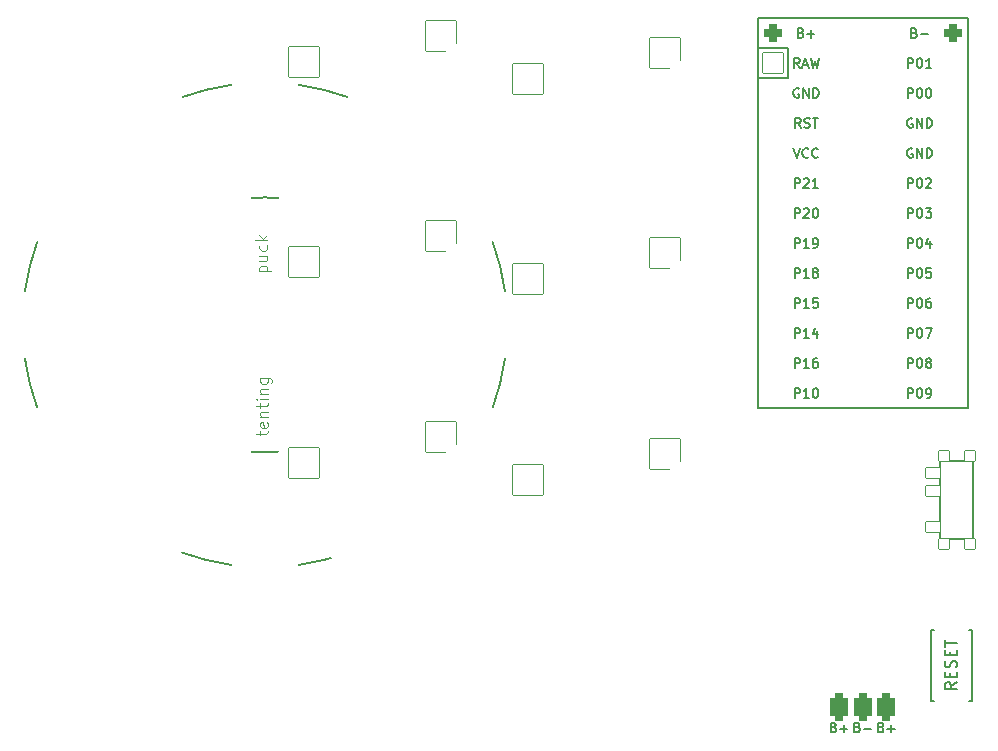
<source format=gto>
%TF.GenerationSoftware,KiCad,Pcbnew,(6.0.4-0)*%
%TF.CreationDate,2022-04-26T17:06:57+02:00*%
%TF.ProjectId,rae_with_puck,7261655f-7769-4746-985f-7075636b2e6b,v1.0.0*%
%TF.SameCoordinates,Original*%
%TF.FileFunction,Legend,Top*%
%TF.FilePolarity,Positive*%
%FSLAX46Y46*%
G04 Gerber Fmt 4.6, Leading zero omitted, Abs format (unit mm)*
G04 Created by KiCad (PCBNEW (6.0.4-0)) date 2022-04-26 17:06:57*
%MOMM*%
%LPD*%
G01*
G04 APERTURE LIST*
G04 Aperture macros list*
%AMRoundRect*
0 Rectangle with rounded corners*
0 $1 Rounding radius*
0 $2 $3 $4 $5 $6 $7 $8 $9 X,Y pos of 4 corners*
0 Add a 4 corners polygon primitive as box body*
4,1,4,$2,$3,$4,$5,$6,$7,$8,$9,$2,$3,0*
0 Add four circle primitives for the rounded corners*
1,1,$1+$1,$2,$3*
1,1,$1+$1,$4,$5*
1,1,$1+$1,$6,$7*
1,1,$1+$1,$8,$9*
0 Add four rect primitives between the rounded corners*
20,1,$1+$1,$2,$3,$4,$5,0*
20,1,$1+$1,$4,$5,$6,$7,0*
20,1,$1+$1,$6,$7,$8,$9,0*
20,1,$1+$1,$8,$9,$2,$3,0*%
G04 Aperture macros list end*
%ADD10C,0.150000*%
%ADD11C,0.100000*%
%ADD12C,0.200000*%
%ADD13RoundRect,0.375000X-0.375000X-0.750000X0.375000X-0.750000X0.375000X0.750000X-0.375000X0.750000X0*%
%ADD14C,2.000000*%
%ADD15R,1.752600X1.752600*%
%ADD16C,1.752600*%
%ADD17RoundRect,0.375000X-0.375000X-0.375000X0.375000X-0.375000X0.375000X0.375000X-0.375000X0.375000X0*%
%ADD18RoundRect,0.050000X-0.450000X0.450000X-0.450000X-0.450000X0.450000X-0.450000X0.450000X0.450000X0*%
%ADD19RoundRect,0.050000X-0.625000X0.450000X-0.625000X-0.450000X0.625000X-0.450000X0.625000X0.450000X0*%
%ADD20RoundRect,0.425000X-0.375000X-0.750000X0.375000X-0.750000X0.375000X0.750000X-0.375000X0.750000X0*%
%ADD21C,2.100000*%
%ADD22C,3.100000*%
%ADD23C,1.801800*%
%ADD24C,3.529000*%
%ADD25RoundRect,0.050000X-1.054507X-1.505993X1.505993X-1.054507X1.054507X1.505993X-1.505993X1.054507X0*%
%ADD26C,2.132000*%
%ADD27RoundRect,0.050000X-1.181751X-1.408356X1.408356X-1.181751X1.181751X1.408356X-1.408356X1.181751X0*%
%ADD28RoundRect,0.050000X-1.300000X-1.300000X1.300000X-1.300000X1.300000X1.300000X-1.300000X1.300000X0*%
%ADD29RoundRect,0.050000X-1.775833X-0.475833X0.475833X-1.775833X1.775833X0.475833X-0.475833X1.775833X0*%
%ADD30C,1.100000*%
%ADD31RoundRect,0.050000X-0.863113X-1.623279X1.623279X-0.863113X0.863113X1.623279X-1.623279X0.863113X0*%
%ADD32RoundRect,0.050000X-1.592168X-0.919239X0.919239X-1.592168X1.592168X0.919239X-0.919239X1.592168X0*%
%ADD33RoundRect,0.050000X-0.876300X0.876300X-0.876300X-0.876300X0.876300X-0.876300X0.876300X0.876300X0*%
%ADD34C,1.852600*%
%ADD35RoundRect,0.425000X-0.375000X-0.375000X0.375000X-0.375000X0.375000X0.375000X-0.375000X0.375000X0*%
%ADD36C,4.500000*%
G04 APERTURE END LIST*
D10*
%TO.C,PAD1*%
X153972991Y54073625D02*
X154087277Y54035530D01*
X154125372Y53997435D01*
X154163467Y53921244D01*
X154163467Y53806959D01*
X154125372Y53730768D01*
X154087277Y53692673D01*
X154011087Y53654578D01*
X153706325Y53654578D01*
X153706325Y54454578D01*
X153972991Y54454578D01*
X154049182Y54416483D01*
X154087277Y54378387D01*
X154125372Y54302197D01*
X154125372Y54226006D01*
X154087277Y54149816D01*
X154049182Y54111721D01*
X153972991Y54073625D01*
X153706325Y54073625D01*
X154506325Y53959340D02*
X155115848Y53959340D01*
X151972991Y54073625D02*
X152087277Y54035530D01*
X152125372Y53997435D01*
X152163467Y53921244D01*
X152163467Y53806959D01*
X152125372Y53730768D01*
X152087277Y53692673D01*
X152011087Y53654578D01*
X151706325Y53654578D01*
X151706325Y54454578D01*
X151972991Y54454578D01*
X152049182Y54416483D01*
X152087277Y54378387D01*
X152125372Y54302197D01*
X152125372Y54226006D01*
X152087277Y54149816D01*
X152049182Y54111721D01*
X151972991Y54073625D01*
X151706325Y54073625D01*
X152506325Y53959340D02*
X153115848Y53959340D01*
X152811087Y53654578D02*
X152811087Y54264102D01*
X155972991Y54073625D02*
X156087277Y54035530D01*
X156125372Y53997435D01*
X156163467Y53921244D01*
X156163467Y53806959D01*
X156125372Y53730768D01*
X156087277Y53692673D01*
X156011087Y53654578D01*
X155706325Y53654578D01*
X155706325Y54454578D01*
X155972991Y54454578D01*
X156049182Y54416483D01*
X156087277Y54378387D01*
X156125372Y54302197D01*
X156125372Y54226006D01*
X156087277Y54149816D01*
X156049182Y54111721D01*
X155972991Y54073625D01*
X155706325Y54073625D01*
X156506325Y53959340D02*
X157115848Y53959340D01*
X156811087Y53654578D02*
X156811087Y54264102D01*
%TO.C,B1*%
X162363467Y57864102D02*
X161887277Y57530768D01*
X162363467Y57292673D02*
X161363467Y57292673D01*
X161363467Y57673625D01*
X161411087Y57768863D01*
X161458706Y57816483D01*
X161553944Y57864102D01*
X161696801Y57864102D01*
X161792039Y57816483D01*
X161839658Y57768863D01*
X161887277Y57673625D01*
X161887277Y57292673D01*
X161839658Y58292673D02*
X161839658Y58626006D01*
X162363467Y58768863D02*
X162363467Y58292673D01*
X161363467Y58292673D01*
X161363467Y58768863D01*
X162315848Y59149816D02*
X162363467Y59292673D01*
X162363467Y59530768D01*
X162315848Y59626006D01*
X162268229Y59673625D01*
X162172991Y59721244D01*
X162077753Y59721244D01*
X161982515Y59673625D01*
X161934896Y59626006D01*
X161887277Y59530768D01*
X161839658Y59340292D01*
X161792039Y59245054D01*
X161744420Y59197435D01*
X161649182Y59149816D01*
X161553944Y59149816D01*
X161458706Y59197435D01*
X161411087Y59245054D01*
X161363467Y59340292D01*
X161363467Y59578387D01*
X161411087Y59721244D01*
X161839658Y60149816D02*
X161839658Y60483149D01*
X162363467Y60626006D02*
X162363467Y60149816D01*
X161363467Y60149816D01*
X161363467Y60626006D01*
X161363467Y60911721D02*
X161363467Y61483149D01*
X162363467Y61197435D02*
X161363467Y61197435D01*
%TO.C,MCU1*%
X158239658Y84524578D02*
X158239658Y85324578D01*
X158544420Y85324578D01*
X158620610Y85286483D01*
X158658706Y85248387D01*
X158696801Y85172197D01*
X158696801Y85057911D01*
X158658706Y84981721D01*
X158620610Y84943625D01*
X158544420Y84905530D01*
X158239658Y84905530D01*
X159192039Y85324578D02*
X159268229Y85324578D01*
X159344420Y85286483D01*
X159382515Y85248387D01*
X159420610Y85172197D01*
X159458706Y85019816D01*
X159458706Y84829340D01*
X159420610Y84676959D01*
X159382515Y84600768D01*
X159344420Y84562673D01*
X159268229Y84524578D01*
X159192039Y84524578D01*
X159115848Y84562673D01*
X159077753Y84600768D01*
X159039658Y84676959D01*
X159001563Y84829340D01*
X159001563Y85019816D01*
X159039658Y85172197D01*
X159077753Y85248387D01*
X159115848Y85286483D01*
X159192039Y85324578D01*
X159915848Y84981721D02*
X159839658Y85019816D01*
X159801563Y85057911D01*
X159763467Y85134102D01*
X159763467Y85172197D01*
X159801563Y85248387D01*
X159839658Y85286483D01*
X159915848Y85324578D01*
X160068229Y85324578D01*
X160144420Y85286483D01*
X160182515Y85248387D01*
X160220610Y85172197D01*
X160220610Y85134102D01*
X160182515Y85057911D01*
X160144420Y85019816D01*
X160068229Y84981721D01*
X159915848Y84981721D01*
X159839658Y84943625D01*
X159801563Y84905530D01*
X159763467Y84829340D01*
X159763467Y84676959D01*
X159801563Y84600768D01*
X159839658Y84562673D01*
X159915848Y84524578D01*
X160068229Y84524578D01*
X160144420Y84562673D01*
X160182515Y84600768D01*
X160220610Y84676959D01*
X160220610Y84829340D01*
X160182515Y84905530D01*
X160144420Y84943625D01*
X160068229Y84981721D01*
X158239658Y109924578D02*
X158239658Y110724578D01*
X158544420Y110724578D01*
X158620610Y110686483D01*
X158658706Y110648387D01*
X158696801Y110572197D01*
X158696801Y110457911D01*
X158658706Y110381721D01*
X158620610Y110343625D01*
X158544420Y110305530D01*
X158239658Y110305530D01*
X159192039Y110724578D02*
X159268229Y110724578D01*
X159344420Y110686483D01*
X159382515Y110648387D01*
X159420610Y110572197D01*
X159458706Y110419816D01*
X159458706Y110229340D01*
X159420610Y110076959D01*
X159382515Y110000768D01*
X159344420Y109962673D01*
X159268229Y109924578D01*
X159192039Y109924578D01*
X159115848Y109962673D01*
X159077753Y110000768D01*
X159039658Y110076959D01*
X159001563Y110229340D01*
X159001563Y110419816D01*
X159039658Y110572197D01*
X159077753Y110648387D01*
X159115848Y110686483D01*
X159192039Y110724578D01*
X160220610Y109924578D02*
X159763467Y109924578D01*
X159992039Y109924578D02*
X159992039Y110724578D01*
X159915848Y110610292D01*
X159839658Y110534102D01*
X159763467Y110496006D01*
X148639658Y99764578D02*
X148639658Y100564578D01*
X148944420Y100564578D01*
X149020610Y100526483D01*
X149058706Y100488387D01*
X149096801Y100412197D01*
X149096801Y100297911D01*
X149058706Y100221721D01*
X149020610Y100183625D01*
X148944420Y100145530D01*
X148639658Y100145530D01*
X149401563Y100488387D02*
X149439658Y100526483D01*
X149515848Y100564578D01*
X149706325Y100564578D01*
X149782515Y100526483D01*
X149820610Y100488387D01*
X149858706Y100412197D01*
X149858706Y100336006D01*
X149820610Y100221721D01*
X149363467Y99764578D01*
X149858706Y99764578D01*
X150620610Y99764578D02*
X150163467Y99764578D01*
X150392039Y99764578D02*
X150392039Y100564578D01*
X150315848Y100450292D01*
X150239658Y100374102D01*
X150163467Y100336006D01*
X148639658Y87064578D02*
X148639658Y87864578D01*
X148944420Y87864578D01*
X149020610Y87826483D01*
X149058706Y87788387D01*
X149096801Y87712197D01*
X149096801Y87597911D01*
X149058706Y87521721D01*
X149020610Y87483625D01*
X148944420Y87445530D01*
X148639658Y87445530D01*
X149858706Y87064578D02*
X149401563Y87064578D01*
X149630134Y87064578D02*
X149630134Y87864578D01*
X149553944Y87750292D01*
X149477753Y87674102D01*
X149401563Y87636006D01*
X150544420Y87597911D02*
X150544420Y87064578D01*
X150353944Y87902673D02*
X150163467Y87331244D01*
X150658706Y87331244D01*
X149172991Y112883625D02*
X149287277Y112845530D01*
X149325372Y112807435D01*
X149363467Y112731244D01*
X149363467Y112616959D01*
X149325372Y112540768D01*
X149287277Y112502673D01*
X149211087Y112464578D01*
X148906325Y112464578D01*
X148906325Y113264578D01*
X149172991Y113264578D01*
X149249182Y113226483D01*
X149287277Y113188387D01*
X149325372Y113112197D01*
X149325372Y113036006D01*
X149287277Y112959816D01*
X149249182Y112921721D01*
X149172991Y112883625D01*
X148906325Y112883625D01*
X149706325Y112769340D02*
X150315848Y112769340D01*
X150011087Y112464578D02*
X150011087Y113074102D01*
X148639658Y97224578D02*
X148639658Y98024578D01*
X148944420Y98024578D01*
X149020610Y97986483D01*
X149058706Y97948387D01*
X149096801Y97872197D01*
X149096801Y97757911D01*
X149058706Y97681721D01*
X149020610Y97643625D01*
X148944420Y97605530D01*
X148639658Y97605530D01*
X149401563Y97948387D02*
X149439658Y97986483D01*
X149515848Y98024578D01*
X149706325Y98024578D01*
X149782515Y97986483D01*
X149820610Y97948387D01*
X149858706Y97872197D01*
X149858706Y97796006D01*
X149820610Y97681721D01*
X149363467Y97224578D01*
X149858706Y97224578D01*
X150353944Y98024578D02*
X150430134Y98024578D01*
X150506325Y97986483D01*
X150544420Y97948387D01*
X150582515Y97872197D01*
X150620610Y97719816D01*
X150620610Y97529340D01*
X150582515Y97376959D01*
X150544420Y97300768D01*
X150506325Y97262673D01*
X150430134Y97224578D01*
X150353944Y97224578D01*
X150277753Y97262673D01*
X150239658Y97300768D01*
X150201563Y97376959D01*
X150163467Y97529340D01*
X150163467Y97719816D01*
X150201563Y97872197D01*
X150239658Y97948387D01*
X150277753Y97986483D01*
X150353944Y98024578D01*
X158239658Y81984578D02*
X158239658Y82784578D01*
X158544420Y82784578D01*
X158620610Y82746483D01*
X158658706Y82708387D01*
X158696801Y82632197D01*
X158696801Y82517911D01*
X158658706Y82441721D01*
X158620610Y82403625D01*
X158544420Y82365530D01*
X158239658Y82365530D01*
X159192039Y82784578D02*
X159268229Y82784578D01*
X159344420Y82746483D01*
X159382515Y82708387D01*
X159420610Y82632197D01*
X159458706Y82479816D01*
X159458706Y82289340D01*
X159420610Y82136959D01*
X159382515Y82060768D01*
X159344420Y82022673D01*
X159268229Y81984578D01*
X159192039Y81984578D01*
X159115848Y82022673D01*
X159077753Y82060768D01*
X159039658Y82136959D01*
X159001563Y82289340D01*
X159001563Y82479816D01*
X159039658Y82632197D01*
X159077753Y82708387D01*
X159115848Y82746483D01*
X159192039Y82784578D01*
X159839658Y81984578D02*
X159992039Y81984578D01*
X160068229Y82022673D01*
X160106325Y82060768D01*
X160182515Y82175054D01*
X160220610Y82327435D01*
X160220610Y82632197D01*
X160182515Y82708387D01*
X160144420Y82746483D01*
X160068229Y82784578D01*
X159915848Y82784578D01*
X159839658Y82746483D01*
X159801563Y82708387D01*
X159763467Y82632197D01*
X159763467Y82441721D01*
X159801563Y82365530D01*
X159839658Y82327435D01*
X159915848Y82289340D01*
X160068229Y82289340D01*
X160144420Y82327435D01*
X160182515Y82365530D01*
X160220610Y82441721D01*
X148639658Y84524578D02*
X148639658Y85324578D01*
X148944420Y85324578D01*
X149020610Y85286483D01*
X149058706Y85248387D01*
X149096801Y85172197D01*
X149096801Y85057911D01*
X149058706Y84981721D01*
X149020610Y84943625D01*
X148944420Y84905530D01*
X148639658Y84905530D01*
X149858706Y84524578D02*
X149401563Y84524578D01*
X149630134Y84524578D02*
X149630134Y85324578D01*
X149553944Y85210292D01*
X149477753Y85134102D01*
X149401563Y85096006D01*
X150544420Y85324578D02*
X150392039Y85324578D01*
X150315848Y85286483D01*
X150277753Y85248387D01*
X150201563Y85134102D01*
X150163467Y84981721D01*
X150163467Y84676959D01*
X150201563Y84600768D01*
X150239658Y84562673D01*
X150315848Y84524578D01*
X150468229Y84524578D01*
X150544420Y84562673D01*
X150582515Y84600768D01*
X150620610Y84676959D01*
X150620610Y84867435D01*
X150582515Y84943625D01*
X150544420Y84981721D01*
X150468229Y85019816D01*
X150315848Y85019816D01*
X150239658Y84981721D01*
X150201563Y84943625D01*
X150163467Y84867435D01*
X149172991Y104844578D02*
X148906325Y105225530D01*
X148715848Y104844578D02*
X148715848Y105644578D01*
X149020610Y105644578D01*
X149096801Y105606483D01*
X149134896Y105568387D01*
X149172991Y105492197D01*
X149172991Y105377911D01*
X149134896Y105301721D01*
X149096801Y105263625D01*
X149020610Y105225530D01*
X148715848Y105225530D01*
X149477753Y104882673D02*
X149592039Y104844578D01*
X149782515Y104844578D01*
X149858706Y104882673D01*
X149896801Y104920768D01*
X149934896Y104996959D01*
X149934896Y105073149D01*
X149896801Y105149340D01*
X149858706Y105187435D01*
X149782515Y105225530D01*
X149630134Y105263625D01*
X149553944Y105301721D01*
X149515848Y105339816D01*
X149477753Y105416006D01*
X149477753Y105492197D01*
X149515848Y105568387D01*
X149553944Y105606483D01*
X149630134Y105644578D01*
X149820610Y105644578D01*
X149934896Y105606483D01*
X150163467Y105644578D02*
X150620610Y105644578D01*
X150392039Y104844578D02*
X150392039Y105644578D01*
X158239658Y99764578D02*
X158239658Y100564578D01*
X158544420Y100564578D01*
X158620610Y100526483D01*
X158658706Y100488387D01*
X158696801Y100412197D01*
X158696801Y100297911D01*
X158658706Y100221721D01*
X158620610Y100183625D01*
X158544420Y100145530D01*
X158239658Y100145530D01*
X159192039Y100564578D02*
X159268229Y100564578D01*
X159344420Y100526483D01*
X159382515Y100488387D01*
X159420610Y100412197D01*
X159458706Y100259816D01*
X159458706Y100069340D01*
X159420610Y99916959D01*
X159382515Y99840768D01*
X159344420Y99802673D01*
X159268229Y99764578D01*
X159192039Y99764578D01*
X159115848Y99802673D01*
X159077753Y99840768D01*
X159039658Y99916959D01*
X159001563Y100069340D01*
X159001563Y100259816D01*
X159039658Y100412197D01*
X159077753Y100488387D01*
X159115848Y100526483D01*
X159192039Y100564578D01*
X159763467Y100488387D02*
X159801563Y100526483D01*
X159877753Y100564578D01*
X160068229Y100564578D01*
X160144420Y100526483D01*
X160182515Y100488387D01*
X160220610Y100412197D01*
X160220610Y100336006D01*
X160182515Y100221721D01*
X159725372Y99764578D01*
X160220610Y99764578D01*
X148639658Y92144578D02*
X148639658Y92944578D01*
X148944420Y92944578D01*
X149020610Y92906483D01*
X149058706Y92868387D01*
X149096801Y92792197D01*
X149096801Y92677911D01*
X149058706Y92601721D01*
X149020610Y92563625D01*
X148944420Y92525530D01*
X148639658Y92525530D01*
X149858706Y92144578D02*
X149401563Y92144578D01*
X149630134Y92144578D02*
X149630134Y92944578D01*
X149553944Y92830292D01*
X149477753Y92754102D01*
X149401563Y92716006D01*
X150315848Y92601721D02*
X150239658Y92639816D01*
X150201563Y92677911D01*
X150163467Y92754102D01*
X150163467Y92792197D01*
X150201563Y92868387D01*
X150239658Y92906483D01*
X150315848Y92944578D01*
X150468229Y92944578D01*
X150544420Y92906483D01*
X150582515Y92868387D01*
X150620610Y92792197D01*
X150620610Y92754102D01*
X150582515Y92677911D01*
X150544420Y92639816D01*
X150468229Y92601721D01*
X150315848Y92601721D01*
X150239658Y92563625D01*
X150201563Y92525530D01*
X150163467Y92449340D01*
X150163467Y92296959D01*
X150201563Y92220768D01*
X150239658Y92182673D01*
X150315848Y92144578D01*
X150468229Y92144578D01*
X150544420Y92182673D01*
X150582515Y92220768D01*
X150620610Y92296959D01*
X150620610Y92449340D01*
X150582515Y92525530D01*
X150544420Y92563625D01*
X150468229Y92601721D01*
X148639658Y81984578D02*
X148639658Y82784578D01*
X148944420Y82784578D01*
X149020610Y82746483D01*
X149058706Y82708387D01*
X149096801Y82632197D01*
X149096801Y82517911D01*
X149058706Y82441721D01*
X149020610Y82403625D01*
X148944420Y82365530D01*
X148639658Y82365530D01*
X149858706Y81984578D02*
X149401563Y81984578D01*
X149630134Y81984578D02*
X149630134Y82784578D01*
X149553944Y82670292D01*
X149477753Y82594102D01*
X149401563Y82556006D01*
X150353944Y82784578D02*
X150430134Y82784578D01*
X150506325Y82746483D01*
X150544420Y82708387D01*
X150582515Y82632197D01*
X150620610Y82479816D01*
X150620610Y82289340D01*
X150582515Y82136959D01*
X150544420Y82060768D01*
X150506325Y82022673D01*
X150430134Y81984578D01*
X150353944Y81984578D01*
X150277753Y82022673D01*
X150239658Y82060768D01*
X150201563Y82136959D01*
X150163467Y82289340D01*
X150163467Y82479816D01*
X150201563Y82632197D01*
X150239658Y82708387D01*
X150277753Y82746483D01*
X150353944Y82784578D01*
X158601563Y103066483D02*
X158525372Y103104578D01*
X158411087Y103104578D01*
X158296801Y103066483D01*
X158220610Y102990292D01*
X158182515Y102914102D01*
X158144420Y102761721D01*
X158144420Y102647435D01*
X158182515Y102495054D01*
X158220610Y102418863D01*
X158296801Y102342673D01*
X158411087Y102304578D01*
X158487277Y102304578D01*
X158601563Y102342673D01*
X158639658Y102380768D01*
X158639658Y102647435D01*
X158487277Y102647435D01*
X158982515Y102304578D02*
X158982515Y103104578D01*
X159439658Y102304578D01*
X159439658Y103104578D01*
X159820610Y102304578D02*
X159820610Y103104578D01*
X160011087Y103104578D01*
X160125372Y103066483D01*
X160201563Y102990292D01*
X160239658Y102914102D01*
X160277753Y102761721D01*
X160277753Y102647435D01*
X160239658Y102495054D01*
X160201563Y102418863D01*
X160125372Y102342673D01*
X160011087Y102304578D01*
X159820610Y102304578D01*
X158239658Y107384578D02*
X158239658Y108184578D01*
X158544420Y108184578D01*
X158620610Y108146483D01*
X158658706Y108108387D01*
X158696801Y108032197D01*
X158696801Y107917911D01*
X158658706Y107841721D01*
X158620610Y107803625D01*
X158544420Y107765530D01*
X158239658Y107765530D01*
X159192039Y108184578D02*
X159268229Y108184578D01*
X159344420Y108146483D01*
X159382515Y108108387D01*
X159420610Y108032197D01*
X159458706Y107879816D01*
X159458706Y107689340D01*
X159420610Y107536959D01*
X159382515Y107460768D01*
X159344420Y107422673D01*
X159268229Y107384578D01*
X159192039Y107384578D01*
X159115848Y107422673D01*
X159077753Y107460768D01*
X159039658Y107536959D01*
X159001563Y107689340D01*
X159001563Y107879816D01*
X159039658Y108032197D01*
X159077753Y108108387D01*
X159115848Y108146483D01*
X159192039Y108184578D01*
X159953944Y108184578D02*
X160030134Y108184578D01*
X160106325Y108146483D01*
X160144420Y108108387D01*
X160182515Y108032197D01*
X160220610Y107879816D01*
X160220610Y107689340D01*
X160182515Y107536959D01*
X160144420Y107460768D01*
X160106325Y107422673D01*
X160030134Y107384578D01*
X159953944Y107384578D01*
X159877753Y107422673D01*
X159839658Y107460768D01*
X159801563Y107536959D01*
X159763467Y107689340D01*
X159763467Y107879816D01*
X159801563Y108032197D01*
X159839658Y108108387D01*
X159877753Y108146483D01*
X159953944Y108184578D01*
X149058706Y109924578D02*
X148792039Y110305530D01*
X148601563Y109924578D02*
X148601563Y110724578D01*
X148906325Y110724578D01*
X148982515Y110686483D01*
X149020610Y110648387D01*
X149058706Y110572197D01*
X149058706Y110457911D01*
X149020610Y110381721D01*
X148982515Y110343625D01*
X148906325Y110305530D01*
X148601563Y110305530D01*
X149363467Y110153149D02*
X149744420Y110153149D01*
X149287277Y109924578D02*
X149553944Y110724578D01*
X149820610Y109924578D01*
X150011087Y110724578D02*
X150201563Y109924578D01*
X150353944Y110496006D01*
X150506325Y109924578D01*
X150696801Y110724578D01*
X158239658Y97224578D02*
X158239658Y98024578D01*
X158544420Y98024578D01*
X158620610Y97986483D01*
X158658706Y97948387D01*
X158696801Y97872197D01*
X158696801Y97757911D01*
X158658706Y97681721D01*
X158620610Y97643625D01*
X158544420Y97605530D01*
X158239658Y97605530D01*
X159192039Y98024578D02*
X159268229Y98024578D01*
X159344420Y97986483D01*
X159382515Y97948387D01*
X159420610Y97872197D01*
X159458706Y97719816D01*
X159458706Y97529340D01*
X159420610Y97376959D01*
X159382515Y97300768D01*
X159344420Y97262673D01*
X159268229Y97224578D01*
X159192039Y97224578D01*
X159115848Y97262673D01*
X159077753Y97300768D01*
X159039658Y97376959D01*
X159001563Y97529340D01*
X159001563Y97719816D01*
X159039658Y97872197D01*
X159077753Y97948387D01*
X159115848Y97986483D01*
X159192039Y98024578D01*
X159725372Y98024578D02*
X160220610Y98024578D01*
X159953944Y97719816D01*
X160068229Y97719816D01*
X160144420Y97681721D01*
X160182515Y97643625D01*
X160220610Y97567435D01*
X160220610Y97376959D01*
X160182515Y97300768D01*
X160144420Y97262673D01*
X160068229Y97224578D01*
X159839658Y97224578D01*
X159763467Y97262673D01*
X159725372Y97300768D01*
X158601563Y105606483D02*
X158525372Y105644578D01*
X158411087Y105644578D01*
X158296801Y105606483D01*
X158220610Y105530292D01*
X158182515Y105454102D01*
X158144420Y105301721D01*
X158144420Y105187435D01*
X158182515Y105035054D01*
X158220610Y104958863D01*
X158296801Y104882673D01*
X158411087Y104844578D01*
X158487277Y104844578D01*
X158601563Y104882673D01*
X158639658Y104920768D01*
X158639658Y105187435D01*
X158487277Y105187435D01*
X158982515Y104844578D02*
X158982515Y105644578D01*
X159439658Y104844578D01*
X159439658Y105644578D01*
X159820610Y104844578D02*
X159820610Y105644578D01*
X160011087Y105644578D01*
X160125372Y105606483D01*
X160201563Y105530292D01*
X160239658Y105454102D01*
X160277753Y105301721D01*
X160277753Y105187435D01*
X160239658Y105035054D01*
X160201563Y104958863D01*
X160125372Y104882673D01*
X160011087Y104844578D01*
X159820610Y104844578D01*
X158239658Y87064578D02*
X158239658Y87864578D01*
X158544420Y87864578D01*
X158620610Y87826483D01*
X158658706Y87788387D01*
X158696801Y87712197D01*
X158696801Y87597911D01*
X158658706Y87521721D01*
X158620610Y87483625D01*
X158544420Y87445530D01*
X158239658Y87445530D01*
X159192039Y87864578D02*
X159268229Y87864578D01*
X159344420Y87826483D01*
X159382515Y87788387D01*
X159420610Y87712197D01*
X159458706Y87559816D01*
X159458706Y87369340D01*
X159420610Y87216959D01*
X159382515Y87140768D01*
X159344420Y87102673D01*
X159268229Y87064578D01*
X159192039Y87064578D01*
X159115848Y87102673D01*
X159077753Y87140768D01*
X159039658Y87216959D01*
X159001563Y87369340D01*
X159001563Y87559816D01*
X159039658Y87712197D01*
X159077753Y87788387D01*
X159115848Y87826483D01*
X159192039Y87864578D01*
X159725372Y87864578D02*
X160258706Y87864578D01*
X159915848Y87064578D01*
X148639658Y94684578D02*
X148639658Y95484578D01*
X148944420Y95484578D01*
X149020610Y95446483D01*
X149058706Y95408387D01*
X149096801Y95332197D01*
X149096801Y95217911D01*
X149058706Y95141721D01*
X149020610Y95103625D01*
X148944420Y95065530D01*
X148639658Y95065530D01*
X149858706Y94684578D02*
X149401563Y94684578D01*
X149630134Y94684578D02*
X149630134Y95484578D01*
X149553944Y95370292D01*
X149477753Y95294102D01*
X149401563Y95256006D01*
X150239658Y94684578D02*
X150392039Y94684578D01*
X150468229Y94722673D01*
X150506325Y94760768D01*
X150582515Y94875054D01*
X150620610Y95027435D01*
X150620610Y95332197D01*
X150582515Y95408387D01*
X150544420Y95446483D01*
X150468229Y95484578D01*
X150315848Y95484578D01*
X150239658Y95446483D01*
X150201563Y95408387D01*
X150163467Y95332197D01*
X150163467Y95141721D01*
X150201563Y95065530D01*
X150239658Y95027435D01*
X150315848Y94989340D01*
X150468229Y94989340D01*
X150544420Y95027435D01*
X150582515Y95065530D01*
X150620610Y95141721D01*
X158239658Y94684578D02*
X158239658Y95484578D01*
X158544420Y95484578D01*
X158620610Y95446483D01*
X158658706Y95408387D01*
X158696801Y95332197D01*
X158696801Y95217911D01*
X158658706Y95141721D01*
X158620610Y95103625D01*
X158544420Y95065530D01*
X158239658Y95065530D01*
X159192039Y95484578D02*
X159268229Y95484578D01*
X159344420Y95446483D01*
X159382515Y95408387D01*
X159420610Y95332197D01*
X159458706Y95179816D01*
X159458706Y94989340D01*
X159420610Y94836959D01*
X159382515Y94760768D01*
X159344420Y94722673D01*
X159268229Y94684578D01*
X159192039Y94684578D01*
X159115848Y94722673D01*
X159077753Y94760768D01*
X159039658Y94836959D01*
X159001563Y94989340D01*
X159001563Y95179816D01*
X159039658Y95332197D01*
X159077753Y95408387D01*
X159115848Y95446483D01*
X159192039Y95484578D01*
X160144420Y95217911D02*
X160144420Y94684578D01*
X159953944Y95522673D02*
X159763467Y94951244D01*
X160258706Y94951244D01*
X158239658Y92144578D02*
X158239658Y92944578D01*
X158544420Y92944578D01*
X158620610Y92906483D01*
X158658706Y92868387D01*
X158696801Y92792197D01*
X158696801Y92677911D01*
X158658706Y92601721D01*
X158620610Y92563625D01*
X158544420Y92525530D01*
X158239658Y92525530D01*
X159192039Y92944578D02*
X159268229Y92944578D01*
X159344420Y92906483D01*
X159382515Y92868387D01*
X159420610Y92792197D01*
X159458706Y92639816D01*
X159458706Y92449340D01*
X159420610Y92296959D01*
X159382515Y92220768D01*
X159344420Y92182673D01*
X159268229Y92144578D01*
X159192039Y92144578D01*
X159115848Y92182673D01*
X159077753Y92220768D01*
X159039658Y92296959D01*
X159001563Y92449340D01*
X159001563Y92639816D01*
X159039658Y92792197D01*
X159077753Y92868387D01*
X159115848Y92906483D01*
X159192039Y92944578D01*
X160182515Y92944578D02*
X159801563Y92944578D01*
X159763467Y92563625D01*
X159801563Y92601721D01*
X159877753Y92639816D01*
X160068229Y92639816D01*
X160144420Y92601721D01*
X160182515Y92563625D01*
X160220610Y92487435D01*
X160220610Y92296959D01*
X160182515Y92220768D01*
X160144420Y92182673D01*
X160068229Y92144578D01*
X159877753Y92144578D01*
X159801563Y92182673D01*
X159763467Y92220768D01*
X149001563Y108146483D02*
X148925372Y108184578D01*
X148811087Y108184578D01*
X148696801Y108146483D01*
X148620610Y108070292D01*
X148582515Y107994102D01*
X148544420Y107841721D01*
X148544420Y107727435D01*
X148582515Y107575054D01*
X148620610Y107498863D01*
X148696801Y107422673D01*
X148811087Y107384578D01*
X148887277Y107384578D01*
X149001563Y107422673D01*
X149039658Y107460768D01*
X149039658Y107727435D01*
X148887277Y107727435D01*
X149382515Y107384578D02*
X149382515Y108184578D01*
X149839658Y107384578D01*
X149839658Y108184578D01*
X150220610Y107384578D02*
X150220610Y108184578D01*
X150411087Y108184578D01*
X150525372Y108146483D01*
X150601563Y108070292D01*
X150639658Y107994102D01*
X150677753Y107841721D01*
X150677753Y107727435D01*
X150639658Y107575054D01*
X150601563Y107498863D01*
X150525372Y107422673D01*
X150411087Y107384578D01*
X150220610Y107384578D01*
X158772991Y112883625D02*
X158887277Y112845530D01*
X158925372Y112807435D01*
X158963467Y112731244D01*
X158963467Y112616959D01*
X158925372Y112540768D01*
X158887277Y112502673D01*
X158811087Y112464578D01*
X158506325Y112464578D01*
X158506325Y113264578D01*
X158772991Y113264578D01*
X158849182Y113226483D01*
X158887277Y113188387D01*
X158925372Y113112197D01*
X158925372Y113036006D01*
X158887277Y112959816D01*
X158849182Y112921721D01*
X158772991Y112883625D01*
X158506325Y112883625D01*
X159306325Y112769340D02*
X159915848Y112769340D01*
X148639658Y89604578D02*
X148639658Y90404578D01*
X148944420Y90404578D01*
X149020610Y90366483D01*
X149058706Y90328387D01*
X149096801Y90252197D01*
X149096801Y90137911D01*
X149058706Y90061721D01*
X149020610Y90023625D01*
X148944420Y89985530D01*
X148639658Y89985530D01*
X149858706Y89604578D02*
X149401563Y89604578D01*
X149630134Y89604578D02*
X149630134Y90404578D01*
X149553944Y90290292D01*
X149477753Y90214102D01*
X149401563Y90176006D01*
X150582515Y90404578D02*
X150201563Y90404578D01*
X150163467Y90023625D01*
X150201563Y90061721D01*
X150277753Y90099816D01*
X150468229Y90099816D01*
X150544420Y90061721D01*
X150582515Y90023625D01*
X150620610Y89947435D01*
X150620610Y89756959D01*
X150582515Y89680768D01*
X150544420Y89642673D01*
X150468229Y89604578D01*
X150277753Y89604578D01*
X150201563Y89642673D01*
X150163467Y89680768D01*
X158239658Y89604578D02*
X158239658Y90404578D01*
X158544420Y90404578D01*
X158620610Y90366483D01*
X158658706Y90328387D01*
X158696801Y90252197D01*
X158696801Y90137911D01*
X158658706Y90061721D01*
X158620610Y90023625D01*
X158544420Y89985530D01*
X158239658Y89985530D01*
X159192039Y90404578D02*
X159268229Y90404578D01*
X159344420Y90366483D01*
X159382515Y90328387D01*
X159420610Y90252197D01*
X159458706Y90099816D01*
X159458706Y89909340D01*
X159420610Y89756959D01*
X159382515Y89680768D01*
X159344420Y89642673D01*
X159268229Y89604578D01*
X159192039Y89604578D01*
X159115848Y89642673D01*
X159077753Y89680768D01*
X159039658Y89756959D01*
X159001563Y89909340D01*
X159001563Y90099816D01*
X159039658Y90252197D01*
X159077753Y90328387D01*
X159115848Y90366483D01*
X159192039Y90404578D01*
X160144420Y90404578D02*
X159992039Y90404578D01*
X159915848Y90366483D01*
X159877753Y90328387D01*
X159801563Y90214102D01*
X159763467Y90061721D01*
X159763467Y89756959D01*
X159801563Y89680768D01*
X159839658Y89642673D01*
X159915848Y89604578D01*
X160068229Y89604578D01*
X160144420Y89642673D01*
X160182515Y89680768D01*
X160220610Y89756959D01*
X160220610Y89947435D01*
X160182515Y90023625D01*
X160144420Y90061721D01*
X160068229Y90099816D01*
X159915848Y90099816D01*
X159839658Y90061721D01*
X159801563Y90023625D01*
X159763467Y89947435D01*
X148544420Y103104578D02*
X148811087Y102304578D01*
X149077753Y103104578D01*
X149801563Y102380768D02*
X149763467Y102342673D01*
X149649182Y102304578D01*
X149572991Y102304578D01*
X149458706Y102342673D01*
X149382515Y102418863D01*
X149344420Y102495054D01*
X149306325Y102647435D01*
X149306325Y102761721D01*
X149344420Y102914102D01*
X149382515Y102990292D01*
X149458706Y103066483D01*
X149572991Y103104578D01*
X149649182Y103104578D01*
X149763467Y103066483D01*
X149801563Y103028387D01*
X150601563Y102380768D02*
X150563467Y102342673D01*
X150449182Y102304578D01*
X150372991Y102304578D01*
X150258706Y102342673D01*
X150182515Y102418863D01*
X150144420Y102495054D01*
X150106325Y102647435D01*
X150106325Y102761721D01*
X150144420Y102914102D01*
X150182515Y102990292D01*
X150258706Y103066483D01*
X150372991Y103104578D01*
X150449182Y103104578D01*
X150563467Y103066483D01*
X150601563Y103028387D01*
D11*
%TO.C,REF\u002A\u002A*%
X103328934Y92673927D02*
X104328934Y92673927D01*
X103376553Y92673927D02*
X103328934Y92769165D01*
X103328934Y92959641D01*
X103376553Y93054879D01*
X103424172Y93102498D01*
X103519410Y93150117D01*
X103805124Y93150117D01*
X103900362Y93102498D01*
X103947981Y93054879D01*
X103995600Y92959641D01*
X103995600Y92769165D01*
X103947981Y92673927D01*
X103328934Y94007260D02*
X103995600Y94007260D01*
X103328934Y93578688D02*
X103852743Y93578688D01*
X103947981Y93626307D01*
X103995600Y93721546D01*
X103995600Y93864403D01*
X103947981Y93959641D01*
X103900362Y94007260D01*
X103947981Y94912022D02*
X103995600Y94816784D01*
X103995600Y94626307D01*
X103947981Y94531069D01*
X103900362Y94483450D01*
X103805124Y94435831D01*
X103519410Y94435831D01*
X103424172Y94483450D01*
X103376553Y94531069D01*
X103328934Y94626307D01*
X103328934Y94816784D01*
X103376553Y94912022D01*
X103995600Y95340593D02*
X102995600Y95340593D01*
X103614648Y95435831D02*
X103995600Y95721546D01*
X103328934Y95721546D02*
X103709886Y95340593D01*
X103392434Y78783427D02*
X103392434Y79164379D01*
X103059100Y78926284D02*
X103916243Y78926284D01*
X104011481Y78973903D01*
X104059100Y79069141D01*
X104059100Y79164379D01*
X104011481Y79878665D02*
X104059100Y79783427D01*
X104059100Y79592950D01*
X104011481Y79497712D01*
X103916243Y79450093D01*
X103535291Y79450093D01*
X103440053Y79497712D01*
X103392434Y79592950D01*
X103392434Y79783427D01*
X103440053Y79878665D01*
X103535291Y79926284D01*
X103630529Y79926284D01*
X103725767Y79450093D01*
X103392434Y80354855D02*
X104059100Y80354855D01*
X103487672Y80354855D02*
X103440053Y80402474D01*
X103392434Y80497712D01*
X103392434Y80640569D01*
X103440053Y80735807D01*
X103535291Y80783427D01*
X104059100Y80783427D01*
X103392434Y81116760D02*
X103392434Y81497712D01*
X103059100Y81259617D02*
X103916243Y81259617D01*
X104011481Y81307236D01*
X104059100Y81402474D01*
X104059100Y81497712D01*
X104059100Y81831046D02*
X103392434Y81831046D01*
X103059100Y81831046D02*
X103106720Y81783427D01*
X103154339Y81831046D01*
X103106720Y81878665D01*
X103059100Y81831046D01*
X103154339Y81831046D01*
X103392434Y82307236D02*
X104059100Y82307236D01*
X103487672Y82307236D02*
X103440053Y82354855D01*
X103392434Y82450093D01*
X103392434Y82592950D01*
X103440053Y82688188D01*
X103535291Y82735807D01*
X104059100Y82735807D01*
X103392434Y83640569D02*
X104201958Y83640569D01*
X104297196Y83592950D01*
X104344815Y83545331D01*
X104392434Y83450093D01*
X104392434Y83307236D01*
X104344815Y83211998D01*
X104011481Y83640569D02*
X104059100Y83545331D01*
X104059100Y83354855D01*
X104011481Y83259617D01*
X103963862Y83211998D01*
X103868624Y83164379D01*
X103582910Y83164379D01*
X103487672Y83211998D01*
X103440053Y83259617D01*
X103392434Y83354855D01*
X103392434Y83545331D01*
X103440053Y83640569D01*
D10*
%TO.C,T1*%
X163761087Y76616483D02*
X160911087Y76616483D01*
X163761087Y71366483D02*
X163761087Y75266483D01*
X160911087Y76616483D02*
X160911087Y70016483D01*
X163761087Y73316483D02*
X163761087Y70016483D01*
X160911087Y70016483D02*
X163761087Y70016483D01*
X163761087Y73316483D02*
X163761087Y76616483D01*
%TO.C,B1*%
X163661087Y62316483D02*
X163661087Y56316483D01*
X160161087Y62316483D02*
X160161087Y56316483D01*
X163661087Y56316483D02*
X163411087Y56316483D01*
X160161087Y62316483D02*
X160411087Y62316483D01*
X160161087Y56316483D02*
X160411087Y56316483D01*
X163661087Y62316483D02*
X163411087Y62316483D01*
%TO.C,MCU1*%
X163301087Y114096483D02*
X145521087Y114096483D01*
X148061087Y111556483D02*
X145521087Y111556483D01*
X145521087Y81076483D02*
X163301087Y81076483D01*
X148061087Y111556483D02*
X148061087Y109016483D01*
X145521087Y114096483D02*
X145521087Y81076483D01*
X163301087Y81076483D02*
X163301087Y114096483D01*
X148061087Y109016483D02*
X145521087Y109016483D01*
D12*
%TO.C,REF\u002A\u002A*%
X110805267Y107427561D02*
G75*
G03*
X106654720Y108461427I-7008047J-19286134D01*
G01*
X103797220Y77346426D02*
G75*
G03*
X104925605Y77405563I0J10794901D01*
G01*
X103797220Y98936427D02*
G75*
G03*
X102668835Y98877291I-6J-10794921D01*
G01*
X84511086Y95149475D02*
G75*
G03*
X83477220Y90998927I19286117J-7008044D01*
G01*
X106654720Y67821427D02*
G75*
G03*
X110805267Y68855293I-2857500J20320000D01*
G01*
X123083355Y81133381D02*
G75*
G03*
X124117220Y85283927I-19286185J7008058D01*
G01*
X100939720Y108461427D02*
G75*
G03*
X96789172Y107427561I2857496J-20319983D01*
G01*
X83477220Y85283927D02*
G75*
G03*
X84511086Y81133380I20319953J2857490D01*
G01*
X102668835Y77405563D02*
G75*
G03*
X103797220Y77346427I1128379J10735785D01*
G01*
X96789174Y68855292D02*
G75*
G03*
X100939720Y67821427I7008046J19286135D01*
G01*
X104925605Y98877290D02*
G75*
G03*
X103797220Y98936427I-1128385J-10735763D01*
G01*
X124117220Y90998927D02*
G75*
G03*
X123083355Y95149472I-20320019J-2857506D01*
G01*
%TD*%
D13*
%TO.C,PAD1*%
X152411087Y55816483D03*
X156411087Y55816483D03*
X154411087Y55816483D03*
%TD*%
D14*
%TO.C,B1*%
X161911087Y56066483D03*
X161911087Y62566483D03*
%TD*%
D15*
%TO.C,MCU1*%
X146791087Y110286483D03*
D16*
X146791087Y107746483D03*
X146791087Y105206483D03*
X146791087Y102666483D03*
X146791087Y100126483D03*
X146791087Y97586483D03*
X146791087Y95046483D03*
X146791087Y92506483D03*
X146791087Y89966483D03*
X146791087Y87426483D03*
X146791087Y84886483D03*
X146791087Y82346483D03*
X162031087Y110286483D03*
X162031087Y107746483D03*
X162031087Y105206483D03*
X162031087Y102666483D03*
X162031087Y100126483D03*
X162031087Y97586483D03*
X162031087Y95046483D03*
X162031087Y92506483D03*
X162031087Y89966483D03*
X162031087Y87426483D03*
X162031087Y84886483D03*
X162031087Y82346483D03*
D17*
X146791087Y112826483D03*
X162031087Y112826483D03*
%TD*%
%LPC*%
D18*
%TO.C,T1*%
X161311087Y69616483D03*
X163511087Y77016483D03*
X163511087Y69616483D03*
X161311087Y77016483D03*
D19*
X160336087Y71066483D03*
X160336087Y74066483D03*
X160336087Y75566483D03*
%TD*%
D20*
%TO.C,PAD1*%
X152411087Y55816483D03*
X156411087Y55816483D03*
X154411087Y55816483D03*
%TD*%
D21*
%TO.C,B1*%
X161911087Y56066483D03*
X161911087Y62566483D03*
%TD*%
D22*
%TO.C,S11*%
X75659968Y109306337D03*
X70353903Y110604673D03*
X70353903Y110604673D03*
D23*
X65970667Y103790002D03*
D22*
X65811891Y107569855D03*
D24*
X71387110Y104745067D03*
D23*
X76803553Y105700132D03*
D25*
X73579149Y111173371D03*
X62586645Y107001157D03*
%TD*%
D23*
%TO.C,S34*%
X157191785Y38610213D03*
D24*
X152428645Y41360213D03*
D23*
X147665505Y44110213D03*
D26*
X146198518Y40569316D03*
X154858772Y35569316D03*
X149478645Y36250663D03*
X149478645Y36250663D03*
%TD*%
D24*
%TO.C,S15*%
X94221643Y97114167D03*
D23*
X99700714Y97593524D03*
D22*
X98875782Y101285676D03*
X93703066Y103041525D03*
X93703066Y103041525D03*
X88913835Y100414118D03*
D23*
X88742572Y96634810D03*
D27*
X96965604Y103326961D03*
X85651298Y100128683D03*
%TD*%
D28*
%TO.C,S21*%
X107136087Y93436017D03*
X118686087Y95636017D03*
D24*
X115411087Y89686017D03*
D22*
X110411087Y93436017D03*
D23*
X120911087Y89686017D03*
D22*
X120411087Y93436017D03*
X115411087Y95636017D03*
D23*
X109911087Y89686017D03*
D22*
X115411087Y95636017D03*
%TD*%
D23*
%TO.C,S8*%
X71874705Y70306538D03*
X82707591Y72216668D03*
D24*
X77291148Y71261603D03*
D26*
X73026972Y66651093D03*
X82875050Y68387574D03*
X78315672Y65451237D03*
X78315672Y65451237D03*
%TD*%
D24*
%TO.C,S14*%
X95703291Y80178857D03*
D23*
X101182362Y80658214D03*
X90224220Y79699500D03*
D26*
X91053509Y75957538D03*
X101015456Y76829096D03*
X96217510Y74301308D03*
X96217510Y74301308D03*
%TD*%
%TO.C,S20*%
X115411087Y66786017D03*
X115411087Y66786017D03*
X110411087Y68886017D03*
X120411087Y68886017D03*
D23*
X120911087Y72686017D03*
X109911087Y72686017D03*
D24*
X115411087Y72686017D03*
%TD*%
D26*
%TO.C,S28*%
X134377759Y82346289D03*
X134377759Y82346289D03*
X139377759Y84446289D03*
X129377759Y84446289D03*
D24*
X134377759Y88246289D03*
D23*
X139877759Y88246289D03*
X128877759Y88246289D03*
%TD*%
D26*
%TO.C,S26*%
X134377759Y65346289D03*
X134377759Y65346289D03*
X139377759Y67446289D03*
X129377759Y67446289D03*
D23*
X139877759Y71246289D03*
X128877759Y71246289D03*
D24*
X134377759Y71246289D03*
%TD*%
D28*
%TO.C,S29*%
X126102759Y108996289D03*
X137652759Y111196289D03*
D23*
X128877759Y105246289D03*
D22*
X129377759Y108996289D03*
X139377759Y108996289D03*
D24*
X134377759Y105246289D03*
D23*
X139877759Y105246289D03*
D22*
X134377759Y111196289D03*
X134377759Y111196289D03*
%TD*%
D24*
%TO.C,S33*%
X152428645Y41360213D03*
D22*
X155403645Y46513064D03*
X149973518Y47107808D03*
D23*
X147665505Y44110213D03*
D22*
X155403645Y46513064D03*
X158633772Y42107808D03*
D23*
X157191785Y38610213D03*
D29*
X158239878Y44875564D03*
X147137285Y48745308D03*
%TD*%
D22*
%TO.C,S7*%
X71715929Y74086391D03*
X81564006Y75822873D03*
X76257941Y77121209D03*
D23*
X71874705Y70306538D03*
D22*
X76257941Y77121209D03*
D23*
X82707591Y72216668D03*
D24*
X77291148Y71261603D03*
D25*
X79483187Y77689907D03*
X68490683Y73517693D03*
%TD*%
D23*
%TO.C,S2*%
X57770005Y47649137D03*
D24*
X63029681Y49257181D03*
D23*
X68289357Y50865225D03*
D26*
X59359170Y44161364D03*
X68922217Y47085081D03*
X64754674Y43614983D03*
X64754674Y43614983D03*
%TD*%
D30*
%TO.C,T2*%
X162411087Y74816483D03*
X162411087Y71816483D03*
%TD*%
D23*
%TO.C,S1*%
X68289357Y50865225D03*
D22*
X66714811Y54305182D03*
X61290069Y54947194D03*
X61290069Y54947194D03*
D24*
X63029681Y49257181D03*
D22*
X57151763Y51381465D03*
D23*
X57770005Y47649137D03*
D31*
X64421967Y55904712D03*
X54019865Y50423948D03*
%TD*%
D24*
%TO.C,S5*%
X53089043Y81771543D03*
D23*
X58348719Y83379587D03*
D22*
X51349431Y87461556D03*
X51349431Y87461556D03*
D23*
X47829367Y80163499D03*
D22*
X47211125Y83895827D03*
X56774173Y86819544D03*
D31*
X54481329Y88419074D03*
X44079227Y82938310D03*
%TD*%
D28*
%TO.C,S27*%
X126102759Y91996289D03*
X137652759Y94196289D03*
D23*
X128877759Y88246289D03*
D22*
X134377759Y94196289D03*
X134377759Y94196289D03*
X139377759Y91996289D03*
D24*
X134377759Y88246289D03*
D23*
X139877759Y88246289D03*
D22*
X129377759Y91996289D03*
%TD*%
%TO.C,S9*%
X68763910Y90828123D03*
D24*
X74339129Y88003335D03*
D22*
X73305922Y93862941D03*
X78611987Y92564605D03*
D23*
X68922686Y87048270D03*
D22*
X73305922Y93862941D03*
D23*
X79755572Y88958400D03*
D25*
X76531168Y94431639D03*
X65538664Y90259425D03*
%TD*%
D23*
%TO.C,S16*%
X99700714Y97593524D03*
D24*
X94221643Y97114167D03*
D23*
X88742572Y96634810D03*
D26*
X99533808Y93764406D03*
X89571861Y92892848D03*
X94735862Y91236618D03*
X94735862Y91236618D03*
%TD*%
%TO.C,S30*%
X134377759Y99346289D03*
X134377759Y99346289D03*
X129377759Y101446289D03*
X139377759Y101446289D03*
D24*
X134377759Y105246289D03*
D23*
X128877759Y105246289D03*
X139877759Y105246289D03*
%TD*%
%TO.C,S13*%
X90224220Y79699500D03*
X101182362Y80658214D03*
D24*
X95703291Y80178857D03*
D22*
X95184714Y86106215D03*
X100357430Y84350366D03*
X95184714Y86106215D03*
X90395483Y83478808D03*
D27*
X98447252Y86391651D03*
X87132946Y83193373D03*
%TD*%
D26*
%TO.C,S24*%
X115411087Y100786017D03*
X115411087Y100786017D03*
X120411087Y102886017D03*
X110411087Y102886017D03*
D24*
X115411087Y106686017D03*
D23*
X120911087Y106686017D03*
X109911087Y106686017D03*
%TD*%
%TO.C,S17*%
X87260925Y113570120D03*
D24*
X92739996Y114049477D03*
D23*
X98219067Y114528834D03*
D22*
X87432188Y117349428D03*
X97394135Y118220986D03*
X92221419Y119976835D03*
X92221419Y119976835D03*
D27*
X95483957Y120262271D03*
X84169651Y117063993D03*
%TD*%
D23*
%TO.C,S4*%
X52799686Y63906318D03*
X63319038Y67122406D03*
D24*
X58059362Y65514362D03*
D26*
X54388851Y60418545D03*
X63951898Y63342262D03*
X59784355Y59872164D03*
X59784355Y59872164D03*
%TD*%
D23*
%TO.C,S10*%
X79755572Y88958400D03*
X68922686Y87048270D03*
D24*
X74339129Y88003335D03*
D26*
X70074953Y83392825D03*
X79923031Y85129306D03*
X75363653Y82192969D03*
X75363653Y82192969D03*
%TD*%
%TO.C,S22*%
X115411087Y83786017D03*
X115411087Y83786017D03*
X120411087Y85886017D03*
X110411087Y85886017D03*
D24*
X115411087Y89686017D03*
D23*
X120911087Y89686017D03*
X109911087Y89686017D03*
%TD*%
D24*
%TO.C,S31*%
X133891046Y49038738D03*
D23*
X128578454Y50462243D03*
D22*
X135431019Y54785997D03*
X139691247Y51366865D03*
X135431019Y54785997D03*
X130031988Y53955055D03*
D23*
X139203638Y47615233D03*
D32*
X138594426Y53938364D03*
X126868581Y54802687D03*
%TD*%
D33*
%TO.C,MCU1*%
X146791087Y110286483D03*
D34*
X146791087Y107746483D03*
X146791087Y105206483D03*
X146791087Y102666483D03*
X146791087Y100126483D03*
X146791087Y97586483D03*
X146791087Y95046483D03*
X146791087Y92506483D03*
X146791087Y89966483D03*
X146791087Y87426483D03*
X146791087Y84886483D03*
X146791087Y82346483D03*
X162031087Y110286483D03*
X162031087Y107746483D03*
X162031087Y105206483D03*
X162031087Y102666483D03*
X162031087Y100126483D03*
X162031087Y97586483D03*
X162031087Y95046483D03*
X162031087Y92506483D03*
X162031087Y89966483D03*
X162031087Y87426483D03*
X162031087Y84886483D03*
X162031087Y82346483D03*
D35*
X146791087Y112826483D03*
X162031087Y112826483D03*
%TD*%
D23*
%TO.C,S3*%
X52799686Y63906318D03*
D22*
X52181444Y67638646D03*
D24*
X58059362Y65514362D03*
D22*
X61744492Y70562363D03*
X56319750Y71204375D03*
X56319750Y71204375D03*
D23*
X63319038Y67122406D03*
D31*
X59451648Y72161893D03*
X49049546Y66681129D03*
%TD*%
D23*
%TO.C,S32*%
X139203638Y47615233D03*
D24*
X133891046Y49038738D03*
D23*
X128578454Y50462243D03*
D26*
X137737163Y44074125D03*
X128077904Y46662315D03*
X132364014Y43339776D03*
X132364014Y43339776D03*
%TD*%
D36*
%TO.C,REF\u002A\u002A*%
X103797220Y107191427D03*
X103797220Y69091427D03*
X84747220Y88141427D03*
%TD*%
D24*
%TO.C,S12*%
X71387110Y104745067D03*
D23*
X65970667Y103790002D03*
X76803553Y105700132D03*
D26*
X76971012Y101871038D03*
X67122934Y100134557D03*
X72411634Y98934701D03*
X72411634Y98934701D03*
%TD*%
D28*
%TO.C,S23*%
X107136087Y110436017D03*
X118686087Y112636017D03*
D23*
X109911087Y106686017D03*
D22*
X120411087Y110436017D03*
X110411087Y110436017D03*
X115411087Y112636017D03*
X115411087Y112636017D03*
D23*
X120911087Y106686017D03*
D24*
X115411087Y106686017D03*
%TD*%
D28*
%TO.C,S25*%
X126102759Y74996289D03*
X137652759Y77196289D03*
D23*
X128877759Y71246289D03*
D22*
X139377759Y74996289D03*
X134377759Y77196289D03*
D23*
X139877759Y71246289D03*
D22*
X129377759Y74996289D03*
D24*
X134377759Y71246289D03*
D22*
X134377759Y77196289D03*
%TD*%
D23*
%TO.C,S6*%
X47829367Y80163499D03*
X58348719Y83379587D03*
D24*
X53089043Y81771543D03*
D26*
X49418532Y76675726D03*
X58981579Y79599443D03*
X54814036Y76129345D03*
X54814036Y76129345D03*
%TD*%
D28*
%TO.C,S19*%
X107136087Y76436017D03*
X118686087Y78636017D03*
D22*
X115411087Y78636017D03*
X120411087Y76436017D03*
D23*
X109911087Y72686017D03*
X120911087Y72686017D03*
D22*
X110411087Y76436017D03*
X115411087Y78636017D03*
D24*
X115411087Y72686017D03*
%TD*%
D23*
%TO.C,S18*%
X98219067Y114528834D03*
D24*
X92739996Y114049477D03*
D23*
X87260925Y113570120D03*
D26*
X88090214Y109828158D03*
X98052161Y110699716D03*
X93254215Y108171928D03*
X93254215Y108171928D03*
%TD*%
M02*

</source>
